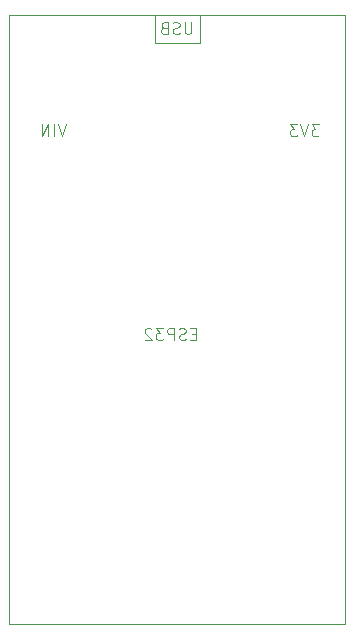
<source format=gbr>
%TF.GenerationSoftware,KiCad,Pcbnew,7.0.10*%
%TF.CreationDate,2024-02-06T12:45:22-08:00*%
%TF.ProjectId,Rocket_v1,526f636b-6574-45f7-9631-2e6b69636164,rev?*%
%TF.SameCoordinates,Original*%
%TF.FileFunction,Legend,Bot*%
%TF.FilePolarity,Positive*%
%FSLAX46Y46*%
G04 Gerber Fmt 4.6, Leading zero omitted, Abs format (unit mm)*
G04 Created by KiCad (PCBNEW 7.0.10) date 2024-02-06 12:45:22*
%MOMM*%
%LPD*%
G01*
G04 APERTURE LIST*
%ADD10C,0.100000*%
G04 APERTURE END LIST*
D10*
X56328972Y-57952419D02*
X55995639Y-58952419D01*
X55995639Y-58952419D02*
X55662306Y-57952419D01*
X55328972Y-58952419D02*
X55328972Y-57952419D01*
X54852782Y-58952419D02*
X54852782Y-57952419D01*
X54852782Y-57952419D02*
X54281354Y-58952419D01*
X54281354Y-58952419D02*
X54281354Y-57952419D01*
X66956115Y-49282419D02*
X66956115Y-50091942D01*
X66956115Y-50091942D02*
X66908496Y-50187180D01*
X66908496Y-50187180D02*
X66860877Y-50234800D01*
X66860877Y-50234800D02*
X66765639Y-50282419D01*
X66765639Y-50282419D02*
X66575163Y-50282419D01*
X66575163Y-50282419D02*
X66479925Y-50234800D01*
X66479925Y-50234800D02*
X66432306Y-50187180D01*
X66432306Y-50187180D02*
X66384687Y-50091942D01*
X66384687Y-50091942D02*
X66384687Y-49282419D01*
X65956115Y-50234800D02*
X65813258Y-50282419D01*
X65813258Y-50282419D02*
X65575163Y-50282419D01*
X65575163Y-50282419D02*
X65479925Y-50234800D01*
X65479925Y-50234800D02*
X65432306Y-50187180D01*
X65432306Y-50187180D02*
X65384687Y-50091942D01*
X65384687Y-50091942D02*
X65384687Y-49996704D01*
X65384687Y-49996704D02*
X65432306Y-49901466D01*
X65432306Y-49901466D02*
X65479925Y-49853847D01*
X65479925Y-49853847D02*
X65575163Y-49806228D01*
X65575163Y-49806228D02*
X65765639Y-49758609D01*
X65765639Y-49758609D02*
X65860877Y-49710990D01*
X65860877Y-49710990D02*
X65908496Y-49663371D01*
X65908496Y-49663371D02*
X65956115Y-49568133D01*
X65956115Y-49568133D02*
X65956115Y-49472895D01*
X65956115Y-49472895D02*
X65908496Y-49377657D01*
X65908496Y-49377657D02*
X65860877Y-49330038D01*
X65860877Y-49330038D02*
X65765639Y-49282419D01*
X65765639Y-49282419D02*
X65527544Y-49282419D01*
X65527544Y-49282419D02*
X65384687Y-49330038D01*
X64622782Y-49758609D02*
X64479925Y-49806228D01*
X64479925Y-49806228D02*
X64432306Y-49853847D01*
X64432306Y-49853847D02*
X64384687Y-49949085D01*
X64384687Y-49949085D02*
X64384687Y-50091942D01*
X64384687Y-50091942D02*
X64432306Y-50187180D01*
X64432306Y-50187180D02*
X64479925Y-50234800D01*
X64479925Y-50234800D02*
X64575163Y-50282419D01*
X64575163Y-50282419D02*
X64956115Y-50282419D01*
X64956115Y-50282419D02*
X64956115Y-49282419D01*
X64956115Y-49282419D02*
X64622782Y-49282419D01*
X64622782Y-49282419D02*
X64527544Y-49330038D01*
X64527544Y-49330038D02*
X64479925Y-49377657D01*
X64479925Y-49377657D02*
X64432306Y-49472895D01*
X64432306Y-49472895D02*
X64432306Y-49568133D01*
X64432306Y-49568133D02*
X64479925Y-49663371D01*
X64479925Y-49663371D02*
X64527544Y-49710990D01*
X64527544Y-49710990D02*
X64622782Y-49758609D01*
X64622782Y-49758609D02*
X64956115Y-49758609D01*
X77751353Y-57952419D02*
X77132306Y-57952419D01*
X77132306Y-57952419D02*
X77465639Y-58333371D01*
X77465639Y-58333371D02*
X77322782Y-58333371D01*
X77322782Y-58333371D02*
X77227544Y-58380990D01*
X77227544Y-58380990D02*
X77179925Y-58428609D01*
X77179925Y-58428609D02*
X77132306Y-58523847D01*
X77132306Y-58523847D02*
X77132306Y-58761942D01*
X77132306Y-58761942D02*
X77179925Y-58857180D01*
X77179925Y-58857180D02*
X77227544Y-58904800D01*
X77227544Y-58904800D02*
X77322782Y-58952419D01*
X77322782Y-58952419D02*
X77608496Y-58952419D01*
X77608496Y-58952419D02*
X77703734Y-58904800D01*
X77703734Y-58904800D02*
X77751353Y-58857180D01*
X76846591Y-57952419D02*
X76513258Y-58952419D01*
X76513258Y-58952419D02*
X76179925Y-57952419D01*
X75941829Y-57952419D02*
X75322782Y-57952419D01*
X75322782Y-57952419D02*
X75656115Y-58333371D01*
X75656115Y-58333371D02*
X75513258Y-58333371D01*
X75513258Y-58333371D02*
X75418020Y-58380990D01*
X75418020Y-58380990D02*
X75370401Y-58428609D01*
X75370401Y-58428609D02*
X75322782Y-58523847D01*
X75322782Y-58523847D02*
X75322782Y-58761942D01*
X75322782Y-58761942D02*
X75370401Y-58857180D01*
X75370401Y-58857180D02*
X75418020Y-58904800D01*
X75418020Y-58904800D02*
X75513258Y-58952419D01*
X75513258Y-58952419D02*
X75798972Y-58952419D01*
X75798972Y-58952419D02*
X75894210Y-58904800D01*
X75894210Y-58904800D02*
X75941829Y-58857180D01*
X67336115Y-75668609D02*
X67002782Y-75668609D01*
X66859925Y-76192419D02*
X67336115Y-76192419D01*
X67336115Y-76192419D02*
X67336115Y-75192419D01*
X67336115Y-75192419D02*
X66859925Y-75192419D01*
X66478972Y-76144800D02*
X66336115Y-76192419D01*
X66336115Y-76192419D02*
X66098020Y-76192419D01*
X66098020Y-76192419D02*
X66002782Y-76144800D01*
X66002782Y-76144800D02*
X65955163Y-76097180D01*
X65955163Y-76097180D02*
X65907544Y-76001942D01*
X65907544Y-76001942D02*
X65907544Y-75906704D01*
X65907544Y-75906704D02*
X65955163Y-75811466D01*
X65955163Y-75811466D02*
X66002782Y-75763847D01*
X66002782Y-75763847D02*
X66098020Y-75716228D01*
X66098020Y-75716228D02*
X66288496Y-75668609D01*
X66288496Y-75668609D02*
X66383734Y-75620990D01*
X66383734Y-75620990D02*
X66431353Y-75573371D01*
X66431353Y-75573371D02*
X66478972Y-75478133D01*
X66478972Y-75478133D02*
X66478972Y-75382895D01*
X66478972Y-75382895D02*
X66431353Y-75287657D01*
X66431353Y-75287657D02*
X66383734Y-75240038D01*
X66383734Y-75240038D02*
X66288496Y-75192419D01*
X66288496Y-75192419D02*
X66050401Y-75192419D01*
X66050401Y-75192419D02*
X65907544Y-75240038D01*
X65478972Y-76192419D02*
X65478972Y-75192419D01*
X65478972Y-75192419D02*
X65098020Y-75192419D01*
X65098020Y-75192419D02*
X65002782Y-75240038D01*
X65002782Y-75240038D02*
X64955163Y-75287657D01*
X64955163Y-75287657D02*
X64907544Y-75382895D01*
X64907544Y-75382895D02*
X64907544Y-75525752D01*
X64907544Y-75525752D02*
X64955163Y-75620990D01*
X64955163Y-75620990D02*
X65002782Y-75668609D01*
X65002782Y-75668609D02*
X65098020Y-75716228D01*
X65098020Y-75716228D02*
X65478972Y-75716228D01*
X64574210Y-75192419D02*
X63955163Y-75192419D01*
X63955163Y-75192419D02*
X64288496Y-75573371D01*
X64288496Y-75573371D02*
X64145639Y-75573371D01*
X64145639Y-75573371D02*
X64050401Y-75620990D01*
X64050401Y-75620990D02*
X64002782Y-75668609D01*
X64002782Y-75668609D02*
X63955163Y-75763847D01*
X63955163Y-75763847D02*
X63955163Y-76001942D01*
X63955163Y-76001942D02*
X64002782Y-76097180D01*
X64002782Y-76097180D02*
X64050401Y-76144800D01*
X64050401Y-76144800D02*
X64145639Y-76192419D01*
X64145639Y-76192419D02*
X64431353Y-76192419D01*
X64431353Y-76192419D02*
X64526591Y-76144800D01*
X64526591Y-76144800D02*
X64574210Y-76097180D01*
X63574210Y-75287657D02*
X63526591Y-75240038D01*
X63526591Y-75240038D02*
X63431353Y-75192419D01*
X63431353Y-75192419D02*
X63193258Y-75192419D01*
X63193258Y-75192419D02*
X63098020Y-75240038D01*
X63098020Y-75240038D02*
X63050401Y-75287657D01*
X63050401Y-75287657D02*
X63002782Y-75382895D01*
X63002782Y-75382895D02*
X63002782Y-75478133D01*
X63002782Y-75478133D02*
X63050401Y-75620990D01*
X63050401Y-75620990D02*
X63621829Y-76192419D01*
X63621829Y-76192419D02*
X63002782Y-76192419D01*
%TO.C,ESP1*%
X67652500Y-48720000D02*
X63857500Y-48720000D01*
X63857500Y-48720000D02*
X63857500Y-51050000D01*
X63857500Y-51050000D02*
X67652500Y-51050000D01*
X67652500Y-51050000D02*
X67652500Y-48720000D01*
X79990000Y-48720000D02*
X51520000Y-48720000D01*
X51520000Y-48720000D02*
X51520000Y-100260000D01*
X51520000Y-100260000D02*
X79990000Y-100260000D01*
X79990000Y-100260000D02*
X79990000Y-48720000D01*
%TD*%
M02*

</source>
